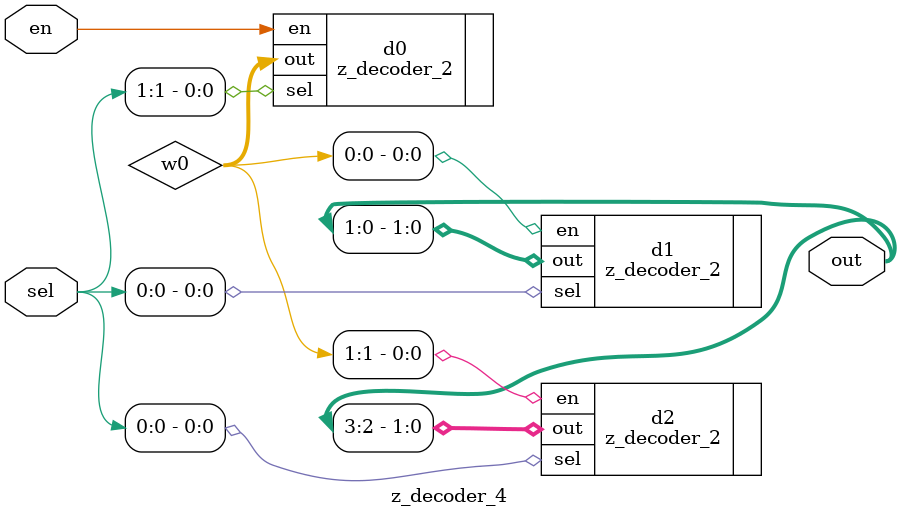
<source format=v>
module z_decoder_4(sel, en, out);
	input [1:0] sel;
	input en;
	output [3:0] out;
	wire [1:0] w0;
	
	z_decoder_2 d0(.sel(sel[1]), .en(en), .out(w0));
	
	z_decoder_2 d1(.sel(sel[0]), .en(w0[0]), .out(out[1:0]));
	z_decoder_2 d2(.sel(sel[0]), .en(w0[1]), .out(out[3:2]));
	
endmodule
</source>
